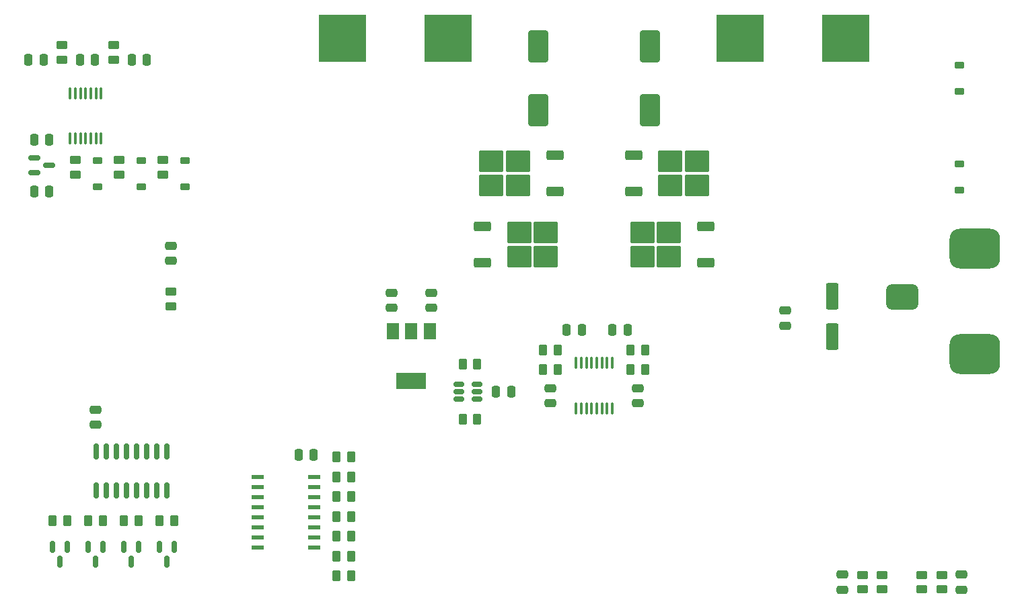
<source format=gbr>
%TF.GenerationSoftware,KiCad,Pcbnew,7.0.8*%
%TF.CreationDate,2023-12-05T22:14:15-08:00*%
%TF.ProjectId,Proofer_Project,50726f6f-6665-4725-9f50-726f6a656374,rev?*%
%TF.SameCoordinates,Original*%
%TF.FileFunction,Paste,Top*%
%TF.FilePolarity,Positive*%
%FSLAX46Y46*%
G04 Gerber Fmt 4.6, Leading zero omitted, Abs format (unit mm)*
G04 Created by KiCad (PCBNEW 7.0.8) date 2023-12-05 22:14:15*
%MOMM*%
%LPD*%
G01*
G04 APERTURE LIST*
G04 Aperture macros list*
%AMRoundRect*
0 Rectangle with rounded corners*
0 $1 Rounding radius*
0 $2 $3 $4 $5 $6 $7 $8 $9 X,Y pos of 4 corners*
0 Add a 4 corners polygon primitive as box body*
4,1,4,$2,$3,$4,$5,$6,$7,$8,$9,$2,$3,0*
0 Add four circle primitives for the rounded corners*
1,1,$1+$1,$2,$3*
1,1,$1+$1,$4,$5*
1,1,$1+$1,$6,$7*
1,1,$1+$1,$8,$9*
0 Add four rect primitives between the rounded corners*
20,1,$1+$1,$2,$3,$4,$5,0*
20,1,$1+$1,$4,$5,$6,$7,0*
20,1,$1+$1,$6,$7,$8,$9,0*
20,1,$1+$1,$8,$9,$2,$3,0*%
G04 Aperture macros list end*
%ADD10RoundRect,0.225000X0.375000X-0.225000X0.375000X0.225000X-0.375000X0.225000X-0.375000X-0.225000X0*%
%ADD11RoundRect,0.150000X-0.150000X0.587500X-0.150000X-0.587500X0.150000X-0.587500X0.150000X0.587500X0*%
%ADD12RoundRect,0.250000X-1.000000X1.750000X-1.000000X-1.750000X1.000000X-1.750000X1.000000X1.750000X0*%
%ADD13RoundRect,0.150000X0.150000X-0.825000X0.150000X0.825000X-0.150000X0.825000X-0.150000X-0.825000X0*%
%ADD14RoundRect,0.250000X-0.475000X0.250000X-0.475000X-0.250000X0.475000X-0.250000X0.475000X0.250000X0*%
%ADD15RoundRect,0.250000X-0.550000X1.412500X-0.550000X-1.412500X0.550000X-1.412500X0.550000X1.412500X0*%
%ADD16RoundRect,0.250000X-0.250000X-0.475000X0.250000X-0.475000X0.250000X0.475000X-0.250000X0.475000X0*%
%ADD17RoundRect,0.250000X0.250000X0.475000X-0.250000X0.475000X-0.250000X-0.475000X0.250000X-0.475000X0*%
%ADD18R,6.000000X6.000000*%
%ADD19RoundRect,0.250000X0.475000X-0.250000X0.475000X0.250000X-0.475000X0.250000X-0.475000X-0.250000X0*%
%ADD20RoundRect,0.250000X0.450000X-0.262500X0.450000X0.262500X-0.450000X0.262500X-0.450000X-0.262500X0*%
%ADD21RoundRect,0.250000X-0.262500X-0.450000X0.262500X-0.450000X0.262500X0.450000X-0.262500X0.450000X0*%
%ADD22RoundRect,0.250000X0.262500X0.450000X-0.262500X0.450000X-0.262500X-0.450000X0.262500X-0.450000X0*%
%ADD23RoundRect,0.250000X-0.450000X0.262500X-0.450000X-0.262500X0.450000X-0.262500X0.450000X0.262500X0*%
%ADD24RoundRect,0.150000X-0.587500X-0.150000X0.587500X-0.150000X0.587500X0.150000X-0.587500X0.150000X0*%
%ADD25RoundRect,0.100000X-0.100000X0.637500X-0.100000X-0.637500X0.100000X-0.637500X0.100000X0.637500X0*%
%ADD26RoundRect,0.250000X-0.850000X-0.350000X0.850000X-0.350000X0.850000X0.350000X-0.850000X0.350000X0*%
%ADD27RoundRect,0.250000X-1.275000X-1.125000X1.275000X-1.125000X1.275000X1.125000X-1.275000X1.125000X0*%
%ADD28RoundRect,0.150000X-0.512500X-0.150000X0.512500X-0.150000X0.512500X0.150000X-0.512500X0.150000X0*%
%ADD29RoundRect,0.250000X0.850000X0.350000X-0.850000X0.350000X-0.850000X-0.350000X0.850000X-0.350000X0*%
%ADD30RoundRect,0.250000X1.275000X1.125000X-1.275000X1.125000X-1.275000X-1.125000X1.275000X-1.125000X0*%
%ADD31R,3.800000X2.000000*%
%ADD32R,1.500000X2.000000*%
%ADD33RoundRect,0.825000X1.205000X0.825000X-1.205000X0.825000X-1.205000X-0.825000X1.205000X-0.825000X0*%
%ADD34RoundRect,1.250000X1.925000X1.250000X-1.925000X1.250000X-1.925000X-1.250000X1.925000X-1.250000X0*%
%ADD35R,1.500000X0.600000*%
%ADD36RoundRect,0.100000X0.100000X-0.637500X0.100000X0.637500X-0.100000X0.637500X-0.100000X-0.637500X0*%
G04 APERTURE END LIST*
D10*
%TO.C,D8*%
X177000000Y-31650000D03*
X177000000Y-28350000D03*
%TD*%
%TO.C,D7*%
X177000000Y-44150000D03*
X177000000Y-40850000D03*
%TD*%
D11*
%TO.C,Q27*%
X78200000Y-89062500D03*
X76300000Y-89062500D03*
X77250000Y-90937500D03*
%TD*%
%TO.C,Q28*%
X73700000Y-89062500D03*
X71800000Y-89062500D03*
X72750000Y-90937500D03*
%TD*%
%TO.C,Q11*%
X69200000Y-89062500D03*
X67300000Y-89062500D03*
X68250000Y-90937500D03*
%TD*%
%TO.C,Q26*%
X64700000Y-89062500D03*
X62800000Y-89062500D03*
X63750000Y-90937500D03*
%TD*%
D12*
%TO.C,C5*%
X124000000Y-26000000D03*
X124000000Y-34000000D03*
%TD*%
%TO.C,C4*%
X138000000Y-26000000D03*
X138000000Y-34000000D03*
%TD*%
D13*
%TO.C,U2*%
X68305000Y-81975000D03*
X69575000Y-81975000D03*
X70845000Y-81975000D03*
X72115000Y-81975000D03*
X73385000Y-81975000D03*
X74655000Y-81975000D03*
X75925000Y-81975000D03*
X77195000Y-81975000D03*
X77195000Y-77025000D03*
X75925000Y-77025000D03*
X74655000Y-77025000D03*
X73385000Y-77025000D03*
X72115000Y-77025000D03*
X70845000Y-77025000D03*
X69575000Y-77025000D03*
X68305000Y-77025000D03*
%TD*%
D14*
%TO.C,C14*%
X155000000Y-59300000D03*
X155000000Y-61200000D03*
%TD*%
D15*
%TO.C,C18*%
X161000000Y-57462500D03*
X161000000Y-62537500D03*
%TD*%
D16*
%TO.C,C22*%
X133300000Y-61750000D03*
X135200000Y-61750000D03*
%TD*%
D17*
%TO.C,C17*%
X129450000Y-61750000D03*
X127550000Y-61750000D03*
%TD*%
D14*
%TO.C,C1*%
X77750000Y-51125000D03*
X77750000Y-53025000D03*
%TD*%
D17*
%TO.C,C6*%
X95700000Y-77500000D03*
X93800000Y-77500000D03*
%TD*%
D18*
%TO.C,L1*%
X162650000Y-25000000D03*
X149350000Y-25000000D03*
%TD*%
%TO.C,L2*%
X112650000Y-25000000D03*
X99350000Y-25000000D03*
%TD*%
D19*
%TO.C,C9*%
X110500000Y-58950000D03*
X110500000Y-57050000D03*
%TD*%
%TO.C,C10*%
X105500000Y-58950000D03*
X105500000Y-57050000D03*
%TD*%
D20*
%TO.C,R11*%
X77750000Y-56912500D03*
X77750000Y-58737500D03*
%TD*%
D21*
%TO.C,R15*%
X98587500Y-82750000D03*
X100412500Y-82750000D03*
%TD*%
%TO.C,R16*%
X98587500Y-85250000D03*
X100412500Y-85250000D03*
%TD*%
%TO.C,R17*%
X98587500Y-87750000D03*
X100412500Y-87750000D03*
%TD*%
%TO.C,R18*%
X98587500Y-90250000D03*
X100412500Y-90250000D03*
%TD*%
%TO.C,R19*%
X98587500Y-92750000D03*
X100412500Y-92750000D03*
%TD*%
%TO.C,R20*%
X98587500Y-77750000D03*
X100412500Y-77750000D03*
%TD*%
%TO.C,R21*%
X98587500Y-80250000D03*
X100412500Y-80250000D03*
%TD*%
D22*
%TO.C,R22*%
X67337500Y-85750000D03*
X69162500Y-85750000D03*
%TD*%
%TO.C,R23*%
X62837500Y-85750000D03*
X64662500Y-85750000D03*
%TD*%
%TO.C,R24*%
X76337500Y-85750000D03*
X78162500Y-85750000D03*
%TD*%
%TO.C,R25*%
X71837500Y-85750000D03*
X73662500Y-85750000D03*
%TD*%
D14*
%TO.C,C2*%
X177250000Y-92550000D03*
X177250000Y-94450000D03*
%TD*%
%TO.C,C3*%
X162250000Y-94450000D03*
X162250000Y-92550000D03*
%TD*%
D20*
%TO.C,R1*%
X174750000Y-94412500D03*
X174750000Y-92587500D03*
%TD*%
D23*
%TO.C,R4*%
X172250000Y-92587500D03*
X172250000Y-94412500D03*
%TD*%
%TO.C,R5*%
X167250000Y-92587500D03*
X167250000Y-94412500D03*
%TD*%
%TO.C,R10*%
X164750000Y-92587500D03*
X164750000Y-94412500D03*
%TD*%
%TO.C,R14*%
X70500000Y-25837500D03*
X70500000Y-27662500D03*
%TD*%
D16*
%TO.C,C16*%
X118662500Y-69500000D03*
X120562500Y-69500000D03*
%TD*%
D19*
%TO.C,C13*%
X68250000Y-73700000D03*
X68250000Y-71800000D03*
%TD*%
D24*
%TO.C,U3*%
X60562500Y-40050000D03*
X60562500Y-41950000D03*
X62437500Y-41000000D03*
%TD*%
D16*
%TO.C,C20*%
X59800000Y-27650000D03*
X61700000Y-27650000D03*
%TD*%
D25*
%TO.C,U1*%
X68950000Y-37612500D03*
X68300000Y-37612500D03*
X67650000Y-37612500D03*
X67000000Y-37612500D03*
X66350000Y-37612500D03*
X65700000Y-37612500D03*
X65050000Y-37612500D03*
X65050000Y-31887500D03*
X65700000Y-31887500D03*
X66350000Y-31887500D03*
X67000000Y-31887500D03*
X67650000Y-31887500D03*
X68300000Y-31887500D03*
X68950000Y-31887500D03*
%TD*%
D26*
%TO.C,Q8*%
X135960000Y-39720000D03*
D27*
X140585000Y-40475000D03*
X140585000Y-43525000D03*
X143935000Y-40475000D03*
X143935000Y-43525000D03*
D26*
X135960000Y-44280000D03*
%TD*%
D21*
%TO.C,R26*%
X124587500Y-66750000D03*
X126412500Y-66750000D03*
%TD*%
D28*
%TO.C,U5*%
X113975000Y-68550000D03*
X113975000Y-69500000D03*
X113975000Y-70450000D03*
X116250000Y-70450000D03*
X116250000Y-69500000D03*
X116250000Y-68550000D03*
%TD*%
D10*
%TO.C,D4*%
X79500000Y-40350000D03*
X79500000Y-43650000D03*
%TD*%
D22*
%TO.C,R8*%
X116275000Y-73000000D03*
X114450000Y-73000000D03*
%TD*%
D23*
%TO.C,R13*%
X64000000Y-25837500D03*
X64000000Y-27662500D03*
%TD*%
D29*
%TO.C,Q10*%
X126040000Y-44280000D03*
D30*
X121415000Y-43525000D03*
X121415000Y-40475000D03*
X118065000Y-43525000D03*
X118065000Y-40475000D03*
D29*
X126040000Y-39720000D03*
%TD*%
%TO.C,Q1*%
X145040000Y-53280000D03*
D30*
X140415000Y-52525000D03*
X140415000Y-49475000D03*
X137065000Y-52525000D03*
X137065000Y-49475000D03*
D29*
X145040000Y-48720000D03*
%TD*%
D20*
%TO.C,R12*%
X65750000Y-42162500D03*
X65750000Y-40337500D03*
%TD*%
D10*
%TO.C,D5*%
X74000000Y-40350000D03*
X74000000Y-43650000D03*
%TD*%
D19*
%TO.C,C8*%
X125500000Y-70950000D03*
X125500000Y-69050000D03*
%TD*%
D21*
%TO.C,R9*%
X114450000Y-66000000D03*
X116275000Y-66000000D03*
%TD*%
D20*
%TO.C,R7*%
X71250000Y-42162500D03*
X71250000Y-40337500D03*
%TD*%
D21*
%TO.C,R2*%
X135587500Y-66750000D03*
X137412500Y-66750000D03*
%TD*%
D31*
%TO.C,U9*%
X108000000Y-68150000D03*
D32*
X105700000Y-61850000D03*
X108000000Y-61850000D03*
X110300000Y-61850000D03*
%TD*%
D26*
%TO.C,Q2*%
X116960000Y-48720000D03*
D27*
X121585000Y-49475000D03*
X121585000Y-52525000D03*
X124935000Y-49475000D03*
X124935000Y-52525000D03*
D26*
X116960000Y-53280000D03*
%TD*%
D20*
%TO.C,R6*%
X76750000Y-42162500D03*
X76750000Y-40337500D03*
%TD*%
D16*
%TO.C,C12*%
X60550000Y-37750000D03*
X62450000Y-37750000D03*
%TD*%
%TO.C,C11*%
X60550000Y-44250000D03*
X62450000Y-44250000D03*
%TD*%
D21*
%TO.C,R27*%
X124587500Y-64250000D03*
X126412500Y-64250000D03*
%TD*%
D14*
%TO.C,C7*%
X136500000Y-69050000D03*
X136500000Y-70950000D03*
%TD*%
D21*
%TO.C,R3*%
X135587500Y-64250000D03*
X137412500Y-64250000D03*
%TD*%
D17*
%TO.C,C19*%
X74700000Y-27650000D03*
X72800000Y-27650000D03*
%TD*%
%TO.C,C15*%
X68200000Y-27650000D03*
X66300000Y-27650000D03*
%TD*%
D33*
%TO.C,J6*%
X169727000Y-57546100D03*
D34*
X178871000Y-64734300D03*
X178871000Y-51450100D03*
%TD*%
D35*
%TO.C,U4*%
X88700000Y-80305000D03*
X88700000Y-81575000D03*
X88700000Y-82845000D03*
X88700000Y-84115000D03*
X88700000Y-85385000D03*
X88700000Y-86655000D03*
X88700000Y-87925000D03*
X88700000Y-89195000D03*
X95800000Y-89195000D03*
X95800000Y-87925000D03*
X95800000Y-86655000D03*
X95800000Y-85385000D03*
X95800000Y-84115000D03*
X95800000Y-82845000D03*
X95800000Y-81575000D03*
X95800000Y-80305000D03*
%TD*%
D36*
%TO.C,U11*%
X128725000Y-65887500D03*
X129375000Y-65887500D03*
X130025000Y-65887500D03*
X130675000Y-65887500D03*
X131325000Y-65887500D03*
X131975000Y-65887500D03*
X132625000Y-65887500D03*
X133275000Y-65887500D03*
X133275000Y-71612500D03*
X132625000Y-71612500D03*
X131975000Y-71612500D03*
X131325000Y-71612500D03*
X130675000Y-71612500D03*
X130025000Y-71612500D03*
X129375000Y-71612500D03*
X128725000Y-71612500D03*
%TD*%
D10*
%TO.C,D3*%
X68500000Y-43650000D03*
X68500000Y-40350000D03*
%TD*%
M02*

</source>
